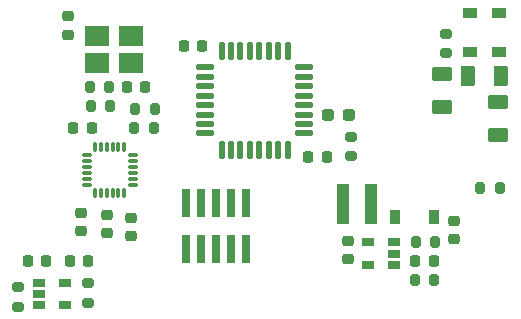
<source format=gbr>
%TF.GenerationSoftware,KiCad,Pcbnew,6.0.6-1.fc35*%
%TF.CreationDate,2022-07-26T21:01:35+02:00*%
%TF.ProjectId,Nixiewatch,4e697869-6577-4617-9463-682e6b696361,rev?*%
%TF.SameCoordinates,Original*%
%TF.FileFunction,Paste,Bot*%
%TF.FilePolarity,Positive*%
%FSLAX46Y46*%
G04 Gerber Fmt 4.6, Leading zero omitted, Abs format (unit mm)*
G04 Created by KiCad (PCBNEW 6.0.6-1.fc35) date 2022-07-26 21:01:35*
%MOMM*%
%LPD*%
G01*
G04 APERTURE LIST*
G04 Aperture macros list*
%AMRoundRect*
0 Rectangle with rounded corners*
0 $1 Rounding radius*
0 $2 $3 $4 $5 $6 $7 $8 $9 X,Y pos of 4 corners*
0 Add a 4 corners polygon primitive as box body*
4,1,4,$2,$3,$4,$5,$6,$7,$8,$9,$2,$3,0*
0 Add four circle primitives for the rounded corners*
1,1,$1+$1,$2,$3*
1,1,$1+$1,$4,$5*
1,1,$1+$1,$6,$7*
1,1,$1+$1,$8,$9*
0 Add four rect primitives between the rounded corners*
20,1,$1+$1,$2,$3,$4,$5,0*
20,1,$1+$1,$4,$5,$6,$7,0*
20,1,$1+$1,$6,$7,$8,$9,0*
20,1,$1+$1,$8,$9,$2,$3,0*%
G04 Aperture macros list end*
%ADD10RoundRect,0.200000X-0.275000X0.200000X-0.275000X-0.200000X0.275000X-0.200000X0.275000X0.200000X0*%
%ADD11RoundRect,0.225000X-0.225000X-0.250000X0.225000X-0.250000X0.225000X0.250000X-0.225000X0.250000X0*%
%ADD12RoundRect,0.200000X0.275000X-0.200000X0.275000X0.200000X-0.275000X0.200000X-0.275000X-0.200000X0*%
%ADD13R,1.060000X0.650000*%
%ADD14RoundRect,0.225000X-0.250000X0.225000X-0.250000X-0.225000X0.250000X-0.225000X0.250000X0.225000X0*%
%ADD15RoundRect,0.225000X0.225000X0.250000X-0.225000X0.250000X-0.225000X-0.250000X0.225000X-0.250000X0*%
%ADD16R,0.900000X1.200000*%
%ADD17R,0.980000X3.400000*%
%ADD18RoundRect,0.200000X0.200000X0.275000X-0.200000X0.275000X-0.200000X-0.275000X0.200000X-0.275000X0*%
%ADD19RoundRect,0.200000X-0.200000X-0.275000X0.200000X-0.275000X0.200000X0.275000X-0.200000X0.275000X0*%
%ADD20R,0.740000X2.400000*%
%ADD21RoundRect,0.225000X0.250000X-0.225000X0.250000X0.225000X-0.250000X0.225000X-0.250000X-0.225000X0*%
%ADD22RoundRect,0.237500X0.287500X0.237500X-0.287500X0.237500X-0.287500X-0.237500X0.287500X-0.237500X0*%
%ADD23R,2.100000X1.800000*%
%ADD24RoundRect,0.075000X0.350000X0.075000X-0.350000X0.075000X-0.350000X-0.075000X0.350000X-0.075000X0*%
%ADD25RoundRect,0.075000X0.075000X-0.350000X0.075000X0.350000X-0.075000X0.350000X-0.075000X-0.350000X0*%
%ADD26RoundRect,0.125000X-0.125000X0.625000X-0.125000X-0.625000X0.125000X-0.625000X0.125000X0.625000X0*%
%ADD27RoundRect,0.125000X-0.625000X0.125000X-0.625000X-0.125000X0.625000X-0.125000X0.625000X0.125000X0*%
%ADD28R,1.200000X0.900000*%
%ADD29RoundRect,0.250000X0.375000X0.625000X-0.375000X0.625000X-0.375000X-0.625000X0.375000X-0.625000X0*%
%ADD30RoundRect,0.250000X-0.625000X0.375000X-0.625000X-0.375000X0.625000X-0.375000X0.625000X0.375000X0*%
G04 APERTURE END LIST*
D10*
%TO.C,R6*%
X70900000Y-59250000D03*
X70900000Y-60900000D03*
%TD*%
D11*
%TO.C,C8*%
X75295500Y-57040500D03*
X76845500Y-57040500D03*
%TD*%
%TO.C,C9*%
X71739500Y-57040500D03*
X73289500Y-57040500D03*
%TD*%
D12*
%TO.C,R8*%
X76832500Y-60546500D03*
X76832500Y-58896500D03*
%TD*%
D13*
%TO.C,U1*%
X72684500Y-60784500D03*
X72684500Y-59834500D03*
X72684500Y-58884500D03*
X74884500Y-58884500D03*
X74884500Y-60784500D03*
%TD*%
D14*
%TO.C,C10*%
X98800000Y-55325000D03*
X98800000Y-56875000D03*
%TD*%
D15*
%TO.C,C13*%
X106100000Y-57000000D03*
X104550000Y-57000000D03*
%TD*%
D14*
%TO.C,C14*%
X107800000Y-53625000D03*
X107800000Y-55175000D03*
%TD*%
D16*
%TO.C,D5*%
X106150000Y-53300000D03*
X102850000Y-53300000D03*
%TD*%
D17*
%TO.C,L2*%
X98415000Y-52200000D03*
X100785000Y-52200000D03*
%TD*%
D18*
%TO.C,R10*%
X106225000Y-55400000D03*
X104575000Y-55400000D03*
%TD*%
D19*
%TO.C,R11*%
X104500000Y-58600000D03*
X106150000Y-58600000D03*
%TD*%
D13*
%TO.C,U2*%
X102700000Y-55450000D03*
X102700000Y-56400000D03*
X102700000Y-57350000D03*
X100500000Y-57350000D03*
X100500000Y-55450000D03*
%TD*%
D20*
%TO.C,J5*%
X90170000Y-56052000D03*
X90170000Y-52152000D03*
X88900000Y-56052000D03*
X88900000Y-52152000D03*
X87630000Y-56052000D03*
X87630000Y-52152000D03*
X86360000Y-56052000D03*
X86360000Y-52152000D03*
X85090000Y-56052000D03*
X85090000Y-52152000D03*
%TD*%
D14*
%TO.C,C23*%
X76240000Y-52947000D03*
X76240000Y-54497000D03*
%TD*%
D15*
%TO.C,C24*%
X77139000Y-45794000D03*
X75589000Y-45794000D03*
%TD*%
D11*
%TO.C,C20*%
X80125000Y-42300000D03*
X81675000Y-42300000D03*
%TD*%
D21*
%TO.C,C19*%
X75100000Y-37875000D03*
X75100000Y-36325000D03*
%TD*%
D14*
%TO.C,C21*%
X80428000Y-53401000D03*
X80428000Y-54951000D03*
%TD*%
%TO.C,C22*%
X78396000Y-53147000D03*
X78396000Y-54697000D03*
%TD*%
D22*
%TO.C,D6*%
X98919000Y-44704000D03*
X97169000Y-44704000D03*
%TD*%
D12*
%TO.C,R14*%
X99060000Y-48182000D03*
X99060000Y-46532000D03*
%TD*%
D18*
%TO.C,R12*%
X82382000Y-45794000D03*
X80732000Y-45794000D03*
%TD*%
D23*
%TO.C,Y1*%
X77550000Y-37950000D03*
X80450000Y-37950000D03*
X80450000Y-40250000D03*
X77550000Y-40250000D03*
%TD*%
D24*
%TO.C,U5*%
X80600000Y-48100000D03*
X80600000Y-48600000D03*
X80600000Y-49100000D03*
X80600000Y-49600000D03*
X80600000Y-50100000D03*
X80600000Y-50600000D03*
D25*
X79900000Y-51300000D03*
X79400000Y-51300000D03*
X78900000Y-51300000D03*
X78400000Y-51300000D03*
X77900000Y-51300000D03*
X77400000Y-51300000D03*
D24*
X76700000Y-50600000D03*
X76700000Y-50100000D03*
X76700000Y-49600000D03*
X76700000Y-49100000D03*
X76700000Y-48600000D03*
X76700000Y-48100000D03*
D25*
X77400000Y-47400000D03*
X77900000Y-47400000D03*
X78400000Y-47400000D03*
X78900000Y-47400000D03*
X79400000Y-47400000D03*
X79900000Y-47400000D03*
%TD*%
D11*
%TO.C,C15*%
X95491000Y-48260000D03*
X97041000Y-48260000D03*
%TD*%
D15*
%TO.C,C16*%
X86486000Y-38862000D03*
X84936000Y-38862000D03*
%TD*%
D26*
%TO.C,U6*%
X88132000Y-39259000D03*
X88932000Y-39259000D03*
X89732000Y-39259000D03*
X90532000Y-39259000D03*
X91332000Y-39259000D03*
X92132000Y-39259000D03*
X92932000Y-39259000D03*
X93732000Y-39259000D03*
D27*
X95107000Y-40634000D03*
X95107000Y-41434000D03*
X95107000Y-42234000D03*
X95107000Y-43034000D03*
X95107000Y-43834000D03*
X95107000Y-44634000D03*
X95107000Y-45434000D03*
X95107000Y-46234000D03*
D26*
X93732000Y-47609000D03*
X92932000Y-47609000D03*
X92132000Y-47609000D03*
X91332000Y-47609000D03*
X90532000Y-47609000D03*
X89732000Y-47609000D03*
X88932000Y-47609000D03*
X88132000Y-47609000D03*
D27*
X86757000Y-46234000D03*
X86757000Y-45434000D03*
X86757000Y-44634000D03*
X86757000Y-43834000D03*
X86757000Y-43034000D03*
X86757000Y-42234000D03*
X86757000Y-41434000D03*
X86757000Y-40634000D03*
%TD*%
D28*
%TO.C,D2*%
X109200000Y-36050000D03*
X109200000Y-39350000D03*
%TD*%
%TO.C,D3*%
X111600000Y-39350000D03*
X111600000Y-36050000D03*
%TD*%
D29*
%TO.C,C6*%
X111800000Y-41400000D03*
X109000000Y-41400000D03*
%TD*%
D30*
%TO.C,C7*%
X106800000Y-41200000D03*
X106800000Y-44000000D03*
%TD*%
D18*
%TO.C,R4*%
X111674000Y-50890000D03*
X110024000Y-50890000D03*
%TD*%
D12*
%TO.C,R5*%
X107100000Y-39425000D03*
X107100000Y-37775000D03*
%TD*%
D30*
%TO.C,R3*%
X111500000Y-43600000D03*
X111500000Y-46400000D03*
%TD*%
D18*
%TO.C,R13*%
X82465000Y-44122000D03*
X80815000Y-44122000D03*
%TD*%
D19*
%TO.C,R31*%
X77040000Y-43922000D03*
X78690000Y-43922000D03*
%TD*%
D18*
%TO.C,R32*%
X78640000Y-42322000D03*
X76990000Y-42322000D03*
%TD*%
M02*

</source>
